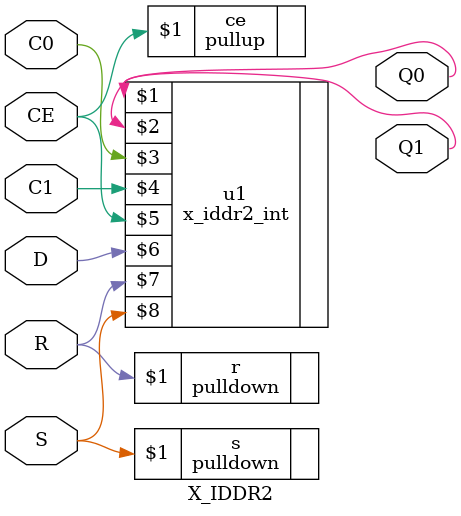
<source format=v>

`timescale  1 ps / 1 ps

module X_IDDR2 (Q0, Q1, C0, C1, CE, D, R, S);

    output Q0;
    output Q1;
    input C0;
    input C1;
    input CE;
    input D;
    input R;
    input S;
    parameter DDR_ALIGNMENT = "NONE";
    parameter INIT_Q0 = 1'b0;
    parameter INIT_Q1 = 1'b0;
    parameter SRTYPE = "SYNC";
    parameter LOC = "UNPLACED";
    pulldown r (R);
    pulldown s (S);
    pullup ce (CE);

    x_iddr2_int u1 (Q0, Q1, C0, C1, CE, D, R, S);
    defparam u1.DDR_ALIGNMENT = DDR_ALIGNMENT;
    defparam u1.INIT_Q0 = INIT_Q0;
    defparam u1.INIT_Q1 = INIT_Q1;    
    defparam u1.SRTYPE = SRTYPE;
    
endmodule // X_IDDR2

</source>
